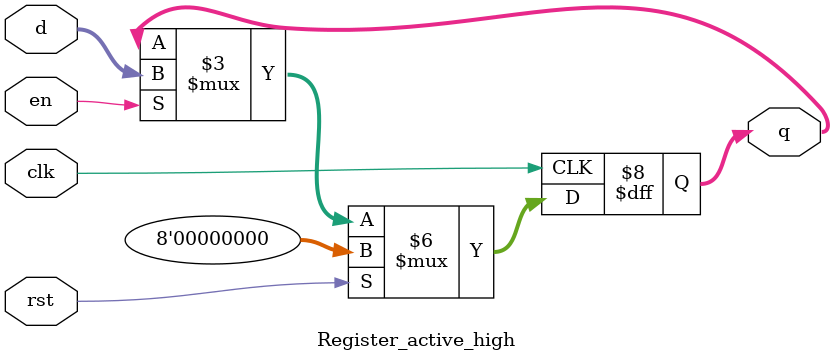
<source format=v>
module Register_active_high #(parameter WIDTH = 8)(
  input clk, rst, en,
  input [WIDTH-1:0] d,
  output reg [WIDTH-1:0] q
);
  
  always @(posedge clk) begin
    if (rst)
      q <= {WIDTH{1'b0}};
    else if (en)
      q <= d;
    else 
      q <= q;
  end
  
endmodule

</source>
